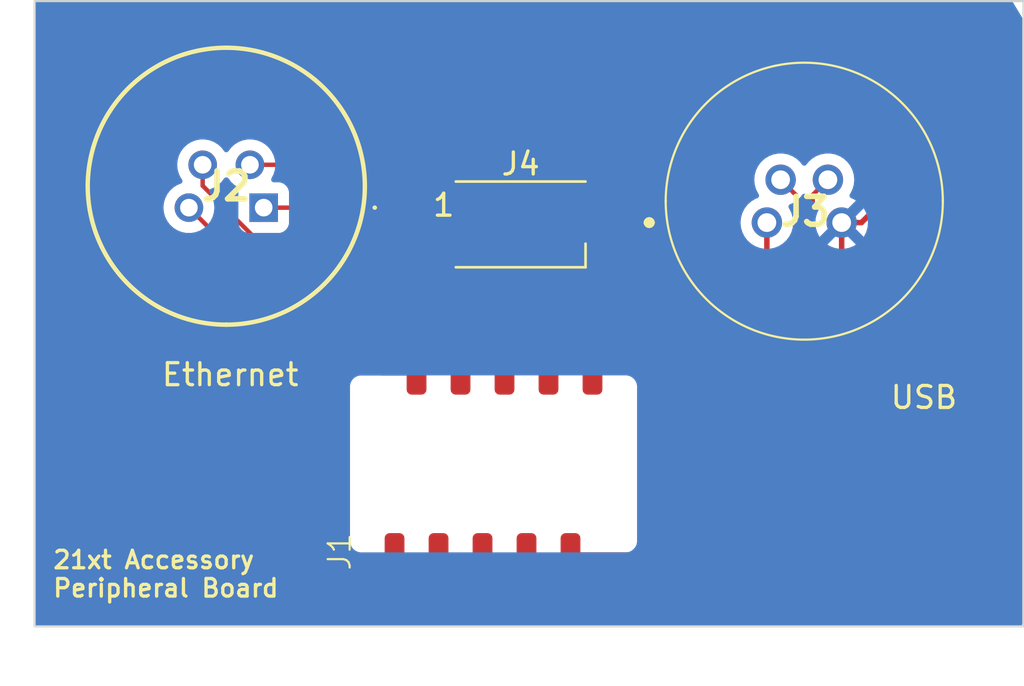
<source format=kicad_pcb>
(kicad_pcb (version 20221018) (generator pcbnew)
  (layers (0 "F.Cu" signal) (31 "B.Cu" signal) (34 "B.Paste" user) (35 "F.Paste" user) (36 "B.SilkS" user "B.Silkscreen") (37 "F.SilkS" user "F.Silkscreen") (38 "B.Mask" user) (39 "F.Mask" user) (44 "Edge.Cuts" user))
  (net 0 "")
  (net 1 "usb_gnd")
  (net 2 "usb_d+")
  (net 3 "usb_d-")
  (net 4 "5v_usb")
  (net 5 "5v")
  (net 6 "Tx+")
  (net 7 "Tx-")
  (net 8 "Rx+")
  (net 9 "Rx-")
  (net 10 "DIN{slash}GPIO")
  (footprint "LED_SMD:LED_SK6812MINI_PLCC4_3.5x3.5mm_P1.75mm" (layer "F.Cu") (at 60.198 43.18)
    (fp_text reference "J4" (at 0 -2.75) (layer "F.SilkS"))
    (fp_text value "Conn_01x04")
    (fp_text user "1" (at -3.5 -0.875) (layer "F.SilkS"))
    (fp_line (start -2.95 -1.95) (end 2.95 -1.95) (stroke (width 0.12)) (layer "F.SilkS"))
    (fp_line (start -2.95 1.95) (end 2.95 1.95) (stroke (width 0.12)) (layer "F.SilkS"))
    (fp_line (start 2.95 1.95) (end 2.95 0.875) (stroke (width 0.12)) (layer "F.SilkS"))
    (pad "1" smd rect (at -1.75 -0.875) (size 1.6 0.85) (layers "F.Cu" "F.Paste" "F.Mask"))
    (pad "2" smd rect (at -1.75 0.875) (size 1.6 0.85) (layers "F.Cu" "F.Paste" "F.Mask") (net 1 "usb_gnd"))
    (pad "3" smd rect (at 1.75 0.875) (size 1.6 0.85) (layers "F.Cu" "F.Paste" "F.Mask") (net 10 "DIN{slash}GPIO"))
    (pad "4" smd rect (at 1.75 -0.875) (size 1.6 0.85) (layers "F.Cu" "F.Paste" "F.Mask") (net 5 "5v"))
  )
  (footprint "21xt_footprints:T4040014041000" (layer "F.Cu") (at 71.393 43.098)
    (fp_text reference "J3" (at 1.75 -0.5) (layer "F.SilkS") (effects (font (size 1.27 1.27) (thickness 0.254))))
    (fp_text value "Conn_01x04" hide)
    (fp_line (start -5.4 0) (end -5.4 0) (stroke (width 0.4)) (layer "F.SilkS"))
    (fp_line (start -5.3 0) (end -5.3 0) (stroke (width 0.4)) (layer "F.SilkS"))
    (fp_line (start -4.6 -0.975) (end -4.6 -0.975) (stroke (width 0.1)) (layer "F.SilkS"))
    (fp_line (start 8 -0.975) (end 8 -0.975) (stroke (width 0.1)) (layer "F.SilkS"))
    (fp_arc (start -5.4 0) (mid -5.35 -0.05) (end -5.3 0) (stroke (width 0.4)) (layer "F.SilkS"))
    (fp_arc (start -5.3 0) (mid -5.35 0.05) (end -5.4 0) (stroke (width 0.4)) (layer "F.SilkS"))
    (fp_arc (start -4.6 -0.975) (mid 1.7 -7.275) (end 8 -0.975) (stroke (width 0.1)) (layer "F.SilkS"))
    (fp_arc (start 8 -0.975) (mid 1.7 5.325) (end -4.6 -0.975) (stroke (width 0.1)) (layer "F.SilkS"))
    (pad "1" thru_hole circle (at 0 0) (size 1.381 1.381) (drill 0.85) (layers "*.Cu" "*.Mask") (net 4 "5v_usb"))
    (pad "2" thru_hole circle (at 0.625 -1.95) (size 1.381 1.381) (drill 0.85) (layers "*.Cu" "*.Mask") (net 3 "usb_d-"))
    (pad "3" thru_hole circle (at 3.4 0) (size 1.381 1.381) (drill 0.85) (layers "*.Cu" "*.Mask") (net 1 "usb_gnd"))
    (pad "4" thru_hole circle (at 2.775 -1.95) (size 1.381 1.381) (drill 0.85) (layers "*.Cu" "*.Mask") (net 2 "usb_d+"))
  )
  (footprint "21xt_footprints:T4041017041000" (layer "F.Cu") (at 48.514 42.418)
    (fp_text reference "J2" (at -1.7 -0.975) (layer "F.SilkS") (effects (font (size 1.27 1.27) (thickness 0.254))))
    (fp_text value "Conn_01x04" hide)
    (fp_line (start -1.7 -7.275) (end -1.7 -7.275) (stroke (width 0.2)) (layer "F.SilkS"))
    (fp_line (start -1.7 5.325) (end -1.7 5.325) (stroke (width 0.2)) (layer "F.SilkS"))
    (fp_line (start 5 0) (end 5 0) (stroke (width 0.1)) (layer "F.SilkS"))
    (fp_line (start 5.1 0) (end 5.1 0) (stroke (width 0.1)) (layer "F.SilkS"))
    (fp_arc (start -1.7 -7.275) (mid 4.6 -0.975) (end -1.7 5.325) (stroke (width 0.2)) (layer "F.SilkS"))
    (fp_arc (start -1.7 5.325) (mid -8 -0.975) (end -1.7 -7.275) (stroke (width 0.2)) (layer "F.SilkS"))
    (fp_arc (start 5 0) (mid 5.05 -0.05) (end 5.1 0) (stroke (width 0.1)) (layer "F.SilkS"))
    (fp_arc (start 5.1 0) (mid 5.05 0.05) (end 5 0) (stroke (width 0.1)) (layer "F.SilkS"))
    (pad "1" thru_hole rect (at 0 0) (size 1.3 1.3) (drill 0.8) (layers "*.Cu" "*.Mask") (net 8 "Rx+"))
    (pad "2" thru_hole circle (at -0.625 -1.95) (size 1.3 1.3) (drill 0.8) (layers "*.Cu" "*.Mask") (net 9 "Rx-"))
    (pad "3" thru_hole circle (at -3.4 0) (size 1.3 1.3) (drill 0.8) (layers "*.Cu" "*.Mask") (net 6 "Tx+"))
    (pad "4" thru_hole circle (at -2.775 -1.95) (size 1.3 1.3) (drill 0.8) (layers "*.Cu" "*.Mask") (net 7 "Tx-"))
  )
  (footprint "21xt_footprints:Double Sided Mezzanine Card Edge_Connector Side" (layer "F.Cu") (at 52.4643 58.0766 90)
    (fp_text reference "J1" (at 0 -0.5 90 unlocked) (layer "F.SilkS") (effects (font (thickness 0.1))))
    (fp_text value "Mezzanine Edge")
    (pad "1" smd roundrect (at 0.1 2 90) (size 1.5 0.9) (layers "F.Cu" "F.Paste" "F.Mask") (net 1 "usb_gnd") (clearance 0.1))
    (pad "2" smd roundrect (at 0.1 4 90) (size 1.5 0.9) (layers "F.Cu" "F.Paste" "F.Mask") (net 2 "usb_d+") (clearance 0.1))
    (pad "3" smd roundrect (at 0.1 6 90) (size 1.5 0.9) (layers "F.Cu" "F.Paste" "F.Mask") (net 3 "usb_d-") (clearance 0.1))
    (pad "4" smd roundrect (at 0.1 8 90) (size 1.5 0.9) (layers "F.Cu" "F.Paste" "F.Mask") (net 4 "5v_usb") (clearance 0.1))
    (pad "5" smd roundrect (at 0.1 10 90) (size 1.5 0.9) (layers "F.Cu" "F.Paste" "F.Mask") (net 5 "5v") (clearance 0.1))
    (pad "6" smd roundrect (at 7.9 3 90) (size 1.5 0.9) (layers "F.Cu" "F.Paste" "F.Mask") (net 6 "Tx+") (clearance 0.1))
    (pad "7" smd roundrect (at 7.9 5 90) (size 1.5 0.9) (layers "F.Cu" "F.Paste" "F.Mask") (net 7 "Tx-") (clearance 0.1))
    (pad "8" smd roundrect (at 7.9 7 90) (size 1.5 0.9) (layers "F.Cu" "F.Paste" "F.Mask") (net 8 "Rx+") (clearance 0.1))
    (pad "9" smd roundrect (at 7.9 9 90) (size 1.5 0.9) (layers "F.Cu" "F.Paste" "F.Mask") (net 9 "Rx-") (clearance 0.1))
    (pad "10" smd roundrect (at 7.9 11 90) (size 1.5 0.9) (layers "F.Cu" "F.Paste" "F.Mask") (net 10 "DIN{slash}GPIO") (clearance 0.1))
  )
  (gr_rect (start 38.1 33.02) (end 83.058 61.468) (stroke (width 0.1)) (fill none) (layer "Edge.Cuts"))
  (gr_text "Ethernet" (at 43.7996 50.6026) (layer "F.SilkS") (effects (font (size 1 1)) (justify left bottom)))
  (gr_text "21xt Accessory\nPeripheral Board" (at 38.862 60.198) (layer "F.SilkS") (effects (font (size 0.8 0.8)) (justify left bottom)))
  (gr_text "USB" (at 76.9366 51.6382) (layer "F.SilkS") (effects (font (size 1 1)) (justify left bottom)))
  (segment (start 76.708 41.402) (end 76.708 42.082) (width 0.25) (layer "F.Cu") (net 1))
  (segment (start 75.692 43.098) (end 74.793 43.098) (width 0.25) (layer "F.Cu") (net 1))
  (segment (start 58.448 44.055) (end 63.133 39.37) (width 0.25) (layer "F.Cu") (net 1))
  (segment (start 63.133 39.37) (end 74.676 39.37) (width 0.25) (layer "F.Cu") (net 1))
  (segment (start 74.793 43.098) (end 74.793 54.239) (width 0.25) (layer "F.Cu") (net 1))
  (segment (start 74.793 54.239) (end 68.326 60.706) (width 0.25) (layer "F.Cu") (net 1))
  (segment (start 56.9437 60.706) (end 54.4643 58.2266) (width 0.25) (layer "F.Cu") (net 1))
  (segment (start 68.326 60.706) (end 56.9437 60.706) (width 0.25) (layer "F.Cu") (net 1))
  (segment (start 76.708 42.082) (end 75.692 43.098) (width 0.25) (layer "F.Cu") (net 1))
  (segment (start 74.676 39.37) (end 76.708 41.402) (width 0.25) (layer "F.Cu") (net 1))
  (segment (start 73.4775 41.8385) (end 73.4775 54.5385) (width 0.2) (layer "F.Cu") (net 2))
  (segment (start 74.168 41.148) (end 73.4775 41.8385) (width 0.2) (layer "F.Cu") (net 2))
  (segment (start 58.4607 60.198) (end 56.4643 58.2016) (width 0.2) (layer "F.Cu") (net 2))
  (segment (start 67.818 60.198) (end 58.4607 60.198) (width 0.2) (layer "F.Cu") (net 2))
  (segment (start 73.4775 54.5385) (end 67.818 60.198) (width 0.2) (layer "F.Cu") (net 2))
  (segment (start 72.018 41.148) (end 72.7085 41.8385) (width 0.2) (layer "F.Cu") (net 3))
  (segment (start 72.7085 41.8385) (end 72.7085 54.2915) (width 0.2) (layer "F.Cu") (net 3))
  (segment (start 67.31 59.69) (end 59.9527 59.69) (width 0.2) (layer "F.Cu") (net 3))
  (segment (start 59.9527 59.69) (end 58.4643 58.2016) (width 0.2) (layer "F.Cu") (net 3))
  (segment (start 72.7085 54.2915) (end 67.31 59.69) (width 0.2) (layer "F.Cu") (net 3))
  (segment (start 71.393 43.098) (end 71.393 55.00596) (width 0.25) (layer "F.Cu") (net 4))
  (segment (start 67.21696 59.182) (end 61.4197 59.182) (width 0.25) (layer "F.Cu") (net 4))
  (segment (start 71.393 55.00596) (end 67.21696 59.182) (width 0.25) (layer "F.Cu") (net 4))
  (segment (start 61.4197 59.182) (end 60.4643 58.2266) (width 0.25) (layer "F.Cu") (net 4))
  (segment (start 65.237738 58.2266) (end 62.4643 58.2266) (width 0.25) (layer "F.Cu") (net 5))
  (segment (start 61.948 42.305) (end 66.04 46.397) (width 0.25) (layer "F.Cu") (net 5))
  (segment (start 66.04 57.424338) (end 65.237738 58.2266) (width 0.25) (layer "F.Cu") (net 5))
  (segment (start 66.04 46.397) (end 66.04 57.424338) (width 0.25) (layer "F.Cu") (net 5))
  (segment (start 53.8626 49.9516) (end 55.2393 49.9516) (width 0.2) (layer "F.Cu") (net 6))
  (segment (start 52.6476 49.9516) (end 55.4643 49.9516) (width 0.2) (layer "F.Cu") (net 6))
  (segment (start 45.114 42.418) (end 52.6476 49.9516) (width 0.2) (layer "F.Cu") (net 6))
  (segment (start 55.0107 47.498) (end 57.4643 49.9516) (width 0.2) (layer "F.Cu") (net 7))
  (segment (start 45.739 41.421) (end 51.816 47.498) (width 0.2) (layer "F.Cu") (net 7))
  (segment (start 51.816 47.498) (end 55.0107 47.498) (width 0.2) (layer "F.Cu") (net 7))
  (segment (start 45.739 40.468) (end 45.739 41.421) (width 0.2) (layer "F.Cu") (net 7))
  (segment (start 51.9307 42.418) (end 59.4643 49.9516) (width 0.2) (layer "F.Cu") (net 8))
  (segment (start 48.514 42.418) (end 51.9307 42.418) (width 0.2) (layer "F.Cu") (net 8))
  (segment (start 51.9807 40.468) (end 61.4643 49.9516) (width 0.2) (layer "F.Cu") (net 9))
  (segment (start 47.889 40.468) (end 51.9807 40.468) (width 0.2) (layer "F.Cu") (net 9))
  (segment (start 63.2143 49.9266) (end 63.4643 49.9266) (width 0.25) (layer "F.Cu") (net 10))
  (segment (start 61.948 44.055) (end 61.948 48.6603) (width 0.25) (layer "F.Cu") (net 10))
  (segment (start 61.948 48.6603) (end 63.2143 49.9266) (width 0.25) (layer "F.Cu") (net 10))
  (zone (net 1) (net_name "usb_gnd") (layer "B.Cu") (connect_pads (clearance 0.5)) (min_thickness 0.25) (fill yes (thermal_gap 0.5) (thermal_bridge_width 0.5))
    (polygon (pts (xy 36.670238 33.02) (xy 82.547912 33.02) (xy 83.0072 33.782) (xy 83.0072 61.6966) (xy 38.227 61.6966) (xy 36.5252 59.9948) (xy 36.5252 33.274)))
  )
)
</source>
